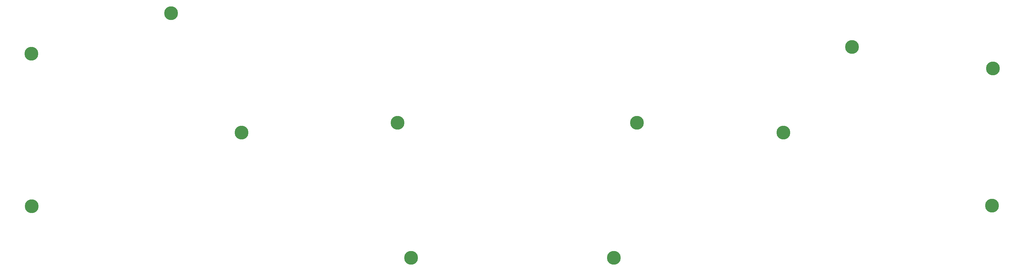
<source format=gbr>
%TF.GenerationSoftware,KiCad,Pcbnew,7.0.2-6a45011f42~172~ubuntu22.04.1*%
%TF.CreationDate,2023-05-03T16:22:18+02:00*%
%TF.ProjectId,bottom,626f7474-6f6d-42e6-9b69-6361645f7063,rev?*%
%TF.SameCoordinates,Original*%
%TF.FileFunction,Copper,L2,Bot*%
%TF.FilePolarity,Positive*%
%FSLAX46Y46*%
G04 Gerber Fmt 4.6, Leading zero omitted, Abs format (unit mm)*
G04 Created by KiCad (PCBNEW 7.0.2-6a45011f42~172~ubuntu22.04.1) date 2023-05-03 16:22:18*
%MOMM*%
%LPD*%
G01*
G04 APERTURE LIST*
%TA.AperFunction,ComponentPad*%
%ADD10C,3.800000*%
%TD*%
G04 APERTURE END LIST*
D10*
%TO.P,H12,1*%
%TO.N,N/C*%
X277893794Y-115420890D03*
%TD*%
%TO.P,H7,1*%
%TO.N,N/C*%
X335503870Y-97715258D03*
%TD*%
%TO.P,H2,1*%
%TO.N,N/C*%
X71004848Y-135700822D03*
%TD*%
%TO.P,H8,1*%
%TO.N,N/C*%
X296808524Y-91762126D03*
%TD*%
%TO.P,H4,1*%
%TO.N,N/C*%
X237574449Y-112641128D03*
%TD*%
%TO.P,H10,1*%
%TO.N,N/C*%
X175424849Y-149890821D03*
%TD*%
%TO.P,H3,1*%
%TO.N,N/C*%
X231263797Y-149890904D03*
%TD*%
%TO.P,H1,1*%
%TO.N,N/C*%
X70934851Y-93590824D03*
%TD*%
%TO.P,H11,1*%
%TO.N,N/C*%
X335259848Y-135555825D03*
%TD*%
%TO.P,H6,1*%
%TO.N,N/C*%
X128794851Y-115420825D03*
%TD*%
%TO.P,H9,1*%
%TO.N,N/C*%
X171745565Y-112664684D03*
%TD*%
%TO.P,H5,1*%
%TO.N,N/C*%
X109374848Y-82450824D03*
%TD*%
M02*

</source>
